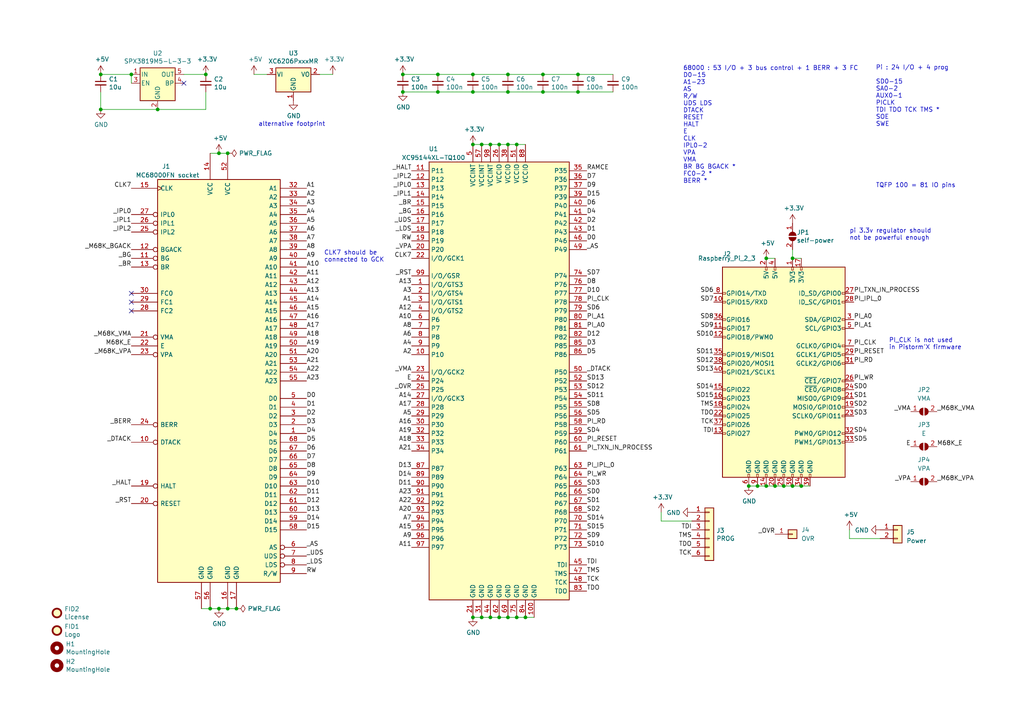
<source format=kicad_sch>
(kicad_sch (version 20230121) (generator eeschema)
  (paper "A4")
  (title_block (title "Pistorm'X 600") (date "2022-11-22") (rev "1.0") (company "FLACO") (comment 1 "PiStorm adapter board with Xilinx CPLD") (comment 2 "PLCC 68000 version"))
  (lib_symbols
    (symbol "CPLD_Xilinx:XC95144XL-TQ100"
      (property "Reference" "U" (at -20.32 64.77 0))
      (property "Value" "XC95144XL-TQ100" (at -20.32 -64.77 0))
      (symbol "XC95144XL-TQ100_1_1"
        (pin bidirectional line (at -25.4 27.94 0) (length 5.08) (name "I/O/GTS3") (number "1"))
        (pin bidirectional line (at -25.4 7.62 0) (length 5.08) (name "P10") (number "10"))
        (pin power_in line (at 10.16 -68.58 90) (length 5.08) (name "GND") (number "100"))
        (pin bidirectional line (at -25.4 60.96 0) (length 5.08) (name "P11") (number "11"))
        (pin bidirectional line (at -25.4 58.42 0) (length 5.08) (name "P12") (number "12"))
        (pin bidirectional line (at -25.4 55.88 0) (length 5.08) (name "P13") (number "13"))
        (pin bidirectional line (at -25.4 53.34 0) (length 5.08) (name "P14") (number "14"))
        (pin bidirectional line (at -25.4 50.8 0) (length 5.08) (name "P15") (number "15"))
        (pin bidirectional line (at -25.4 48.26 0) (length 5.08) (name "P16") (number "16"))
        (pin bidirectional line (at -25.4 45.72 0) (length 5.08) (name "P17") (number "17"))
        (pin bidirectional line (at -25.4 43.18 0) (length 5.08) (name "P18") (number "18"))
        (pin bidirectional line (at -25.4 40.64 0) (length 5.08) (name "P19") (number "19"))
        (pin bidirectional line (at -25.4 25.4 0) (length 5.08) (name "I/O/GTS4") (number "2"))
        (pin bidirectional line (at -25.4 38.1 0) (length 5.08) (name "P20") (number "20"))
        (pin power_in line (at -7.62 -68.58 90) (length 5.08) (name "GND") (number "21"))
        (pin bidirectional line (at -25.4 35.56 0) (length 5.08) (name "I/O/GCK1") (number "22"))
        (pin bidirectional line (at -25.4 2.54 0) (length 5.08) (name "I/O/GCK2") (number "23"))
        (pin bidirectional line (at -25.4 0 0) (length 5.08) (name "P24") (number "24"))
        (pin bidirectional line (at -25.4 -2.54 0) (length 5.08) (name "P25") (number "25"))
        (pin power_in line (at 0 68.58 270) (length 5.08) (name "VCCIO") (number "26"))
        (pin bidirectional line (at -25.4 -5.08 0) (length 5.08) (name "I/O/GCK3") (number "27"))
        (pin bidirectional line (at -25.4 -7.62 0) (length 5.08) (name "P28") (number "28"))
        (pin bidirectional line (at -25.4 -10.16 0) (length 5.08) (name "P29") (number "29"))
        (pin bidirectional line (at -25.4 22.86 0) (length 5.08) (name "I/O/GTS1") (number "3"))
        (pin bidirectional line (at -25.4 -12.7 0) (length 5.08) (name "P30") (number "30"))
        (pin power_in line (at -5.08 -68.58 90) (length 5.08) (name "GND") (number "31"))
        (pin bidirectional line (at -25.4 -15.24 0) (length 5.08) (name "P32") (number "32"))
        (pin bidirectional line (at -25.4 -17.78 0) (length 5.08) (name "P33") (number "33"))
        (pin bidirectional line (at -25.4 -20.32 0) (length 5.08) (name "P34") (number "34"))
        (pin bidirectional line (at 25.4 60.96 180) (length 5.08) (name "P35") (number "35"))
        (pin bidirectional line (at 25.4 58.42 180) (length 5.08) (name "P36") (number "36"))
        (pin bidirectional line (at 25.4 55.88 180) (length 5.08) (name "P37") (number "37"))
        (pin power_in line (at 2.54 68.58 270) (length 5.08) (name "VCCIO") (number "38"))
        (pin bidirectional line (at 25.4 53.34 180) (length 5.08) (name "P39") (number "39"))
        (pin bidirectional line (at -25.4 20.32 0) (length 5.08) (name "I/O/GTS2") (number "4"))
        (pin bidirectional line (at 25.4 50.8 180) (length 5.08) (name "P40") (number "40"))
        (pin bidirectional line (at 25.4 48.26 180) (length 5.08) (name "P41") (number "41"))
        (pin bidirectional line (at 25.4 45.72 180) (length 5.08) (name "P42") (number "42"))
        (pin bidirectional line (at 25.4 43.18 180) (length 5.08) (name "P43") (number "43"))
        (pin power_in line (at -2.54 -68.58 90) (length 5.08) (name "GND") (number "44"))
        (pin input line (at 25.4 -53.34 180) (length 5.08) (name "TDI") (number "45"))
        (pin bidirectional line (at 25.4 40.64 180) (length 5.08) (name "P46") (number "46"))
        (pin input line (at 25.4 -55.88 180) (length 5.08) (name "TMS") (number "47"))
        (pin input line (at 25.4 -58.42 180) (length 5.08) (name "TCK") (number "48"))
        (pin bidirectional line (at 25.4 38.1 180) (length 5.08) (name "P49") (number "49"))
        (pin power_in line (at -7.62 68.58 270) (length 5.08) (name "VCCINT") (number "5"))
        (pin bidirectional line (at 25.4 2.54 180) (length 5.08) (name "P50") (number "50"))
        (pin power_in line (at 5.08 68.58 270) (length 5.08) (name "VCCIO") (number "51"))
        (pin bidirectional line (at 25.4 0 180) (length 5.08) (name "P52") (number "52"))
        (pin bidirectional line (at 25.4 -2.54 180) (length 5.08) (name "P53") (number "53"))
        (pin bidirectional line (at 25.4 -5.08 180) (length 5.08) (name "P54") (number "54"))
        (pin bidirectional line (at 25.4 -7.62 180) (length 5.08) (name "P55") (number "55"))
        (pin bidirectional line (at 25.4 -10.16 180) (length 5.08) (name "P56") (number "56"))
        (pin power_in line (at -5.08 68.58 270) (length 5.08) (name "VCCINT") (number "57"))
        (pin bidirectional line (at 25.4 -12.7 180) (length 5.08) (name "P58") (number "58"))
        (pin bidirectional line (at 25.4 -15.24 180) (length 5.08) (name "P59") (number "59"))
        (pin bidirectional line (at -25.4 17.78 0) (length 5.08) (name "P6") (number "6"))
        (pin bidirectional line (at 25.4 -17.78 180) (length 5.08) (name "P60") (number "60"))
        (pin bidirectional line (at 25.4 -20.32 180) (length 5.08) (name "P61") (number "61"))
        (pin power_in line (at 0 -68.58 90) (length 5.08) (name "GND") (number "62"))
        (pin bidirectional line (at 25.4 -25.4 180) (length 5.08) (name "P63") (number "63"))
        (pin bidirectional line (at 25.4 -27.94 180) (length 5.08) (name "P64") (number "64"))
        (pin bidirectional line (at 25.4 -30.48 180) (length 5.08) (name "P65") (number "65"))
        (pin bidirectional line (at 25.4 -33.02 180) (length 5.08) (name "P66") (number "66"))
        (pin bidirectional line (at 25.4 -35.56 180) (length 5.08) (name "P67") (number "67"))
        (pin bidirectional line (at 25.4 -38.1 180) (length 5.08) (name "P68") (number "68"))
        (pin power_in line (at 2.54 -68.58 90) (length 5.08) (name "GND") (number "69"))
        (pin bidirectional line (at -25.4 15.24 0) (length 5.08) (name "P7") (number "7"))
        (pin bidirectional line (at 25.4 -40.64 180) (length 5.08) (name "P70") (number "70"))
        (pin bidirectional line (at 25.4 -43.18 180) (length 5.08) (name "P71") (number "71"))
        (pin bidirectional line (at 25.4 -45.72 180) (length 5.08) (name "P72") (number "72"))
        (pin bidirectional line (at 25.4 -48.26 180) (length 5.08) (name "P73") (number "73"))
        (pin bidirectional line (at 25.4 30.48 180) (length 5.08) (name "P74") (number "74"))
        (pin power_in line (at 5.08 -68.58 90) (length 5.08) (name "GND") (number "75"))
        (pin bidirectional line (at 25.4 27.94 180) (length 5.08) (name "P76") (number "76"))
        (pin bidirectional line (at 25.4 25.4 180) (length 5.08) (name "P77") (number "77"))
        (pin bidirectional line (at 25.4 22.86 180) (length 5.08) (name "P78") (number "78"))
        (pin bidirectional line (at 25.4 20.32 180) (length 5.08) (name "P79") (number "79"))
        (pin bidirectional line (at -25.4 12.7 0) (length 5.08) (name "P8") (number "8"))
        (pin bidirectional line (at 25.4 17.78 180) (length 5.08) (name "P80") (number "80"))
        (pin bidirectional line (at 25.4 15.24 180) (length 5.08) (name "P81") (number "81"))
        (pin bidirectional line (at 25.4 12.7 180) (length 5.08) (name "P82") (number "82"))
        (pin output line (at 25.4 -60.96 180) (length 5.08) (name "TDO") (number "83"))
        (pin power_in line (at 7.62 -68.58 90) (length 5.08) (name "GND") (number "84"))
        (pin bidirectional line (at 25.4 10.16 180) (length 5.08) (name "P85") (number "85"))
        (pin bidirectional line (at 25.4 7.62 180) (length 5.08) (name "P86") (number "86"))
        (pin bidirectional line (at -25.4 -25.4 0) (length 5.08) (name "P87") (number "87"))
        (pin power_in line (at 7.62 68.58 270) (length 5.08) (name "VCCIO") (number "88"))
        (pin bidirectional line (at -25.4 -27.94 0) (length 5.08) (name "P89") (number "89"))
        (pin bidirectional line (at -25.4 10.16 0) (length 5.08) (name "P9") (number "9"))
        (pin bidirectional line (at -25.4 -30.48 0) (length 5.08) (name "P90") (number "90"))
        (pin bidirectional line (at -25.4 -33.02 0) (length 5.08) (name "P91") (number "91"))
        (pin bidirectional line (at -25.4 -35.56 0) (length 5.08) (name "P92") (number "92"))
        (pin bidirectional line (at -25.4 -38.1 0) (length 5.08) (name "P93") (number "93"))
        (pin bidirectional line (at -25.4 -40.64 0) (length 5.08) (name "P94") (number "94"))
        (pin bidirectional line (at -25.4 -43.18 0) (length 5.08) (name "P95") (number "95"))
        (pin bidirectional line (at -25.4 -45.72 0) (length 5.08) (name "P96") (number "96"))
        (pin bidirectional line (at -25.4 -48.26 0) (length 5.08) (name "P97") (number "97"))
        (pin power_in line (at -2.54 68.58 270) (length 5.08) (name "VCCINT") (number "98"))
        (pin bidirectional line (at -25.4 30.48 0) (length 5.08) (name "I/O/GSR") (number "99"))
      )
    )
    (symbol "CPU_NXP_68000:MC68000FN" (pin_names (offset 0.762))
      (property "Reference" "U" (at -16.51 59.69 0))
      (property "Value" "MC68000FN" (at 12.7 -59.69 0))
      (symbol "MC68000FN_1_1"
        (pin bidirectional line (at 25.4 -15.24 180) (length 7.62) (name "D4") (number "1"))
        (pin input inverted (at -25.4 -17.78 0) (length 7.62) (name "DTACK") (number "10"))
        (pin output inverted (at -25.4 35.56 0) (length 7.62) (name "BG") (number "11"))
        (pin input inverted (at -25.4 38.1 0) (length 7.62) (name "BGACK") (number "12"))
        (pin input inverted (at -25.4 33.02 0) (length 7.62) (name "BR") (number "13"))
        (pin power_in line (at -2.54 66.04 270) (length 7.62) (name "VCC") (number "14"))
        (pin input clock (at -25.4 55.88 0) (length 7.62) (name "CLK") (number "15"))
        (pin power_in line (at 2.54 -66.04 90) (length 7.62) (name "GND") (number "16"))
        (pin power_in line (at 5.08 -66.04 90) (length 7.62) (name "GND") (number "17"))
        (pin no_connect line (at -17.78 -45.72 0) (length 0) hide (name "NC") (number "18"))
        (pin bidirectional inverted (at -25.4 -30.48 0) (length 7.62) (name "HALT") (number "19"))
        (pin bidirectional line (at 25.4 -12.7 180) (length 7.62) (name "D3") (number "2"))
        (pin input inverted (at -25.4 -35.56 0) (length 7.62) (name "RESET") (number "20"))
        (pin output inverted (at -25.4 12.7 0) (length 7.62) (name "VMA") (number "21"))
        (pin output line (at -25.4 10.16 0) (length 7.62) (name "E") (number "22"))
        (pin input inverted (at -25.4 7.62 0) (length 7.62) (name "VPA") (number "23"))
        (pin input inverted (at -25.4 -12.7 0) (length 7.62) (name "BERR") (number "24"))
        (pin input inverted (at -25.4 43.18 0) (length 7.62) (name "IPL2") (number "25"))
        (pin input inverted (at -25.4 45.72 0) (length 7.62) (name "IPL1") (number "26"))
        (pin input inverted (at -25.4 48.26 0) (length 7.62) (name "IPL0") (number "27"))
        (pin output line (at -25.4 20.32 0) (length 7.62) (name "FC2") (number "28"))
        (pin output line (at -25.4 22.86 0) (length 7.62) (name "FC1") (number "29"))
        (pin bidirectional line (at 25.4 -10.16 180) (length 7.62) (name "D2") (number "3"))
        (pin output line (at -25.4 25.4 0) (length 7.62) (name "FC0") (number "30"))
        (pin no_connect line (at -17.78 -48.26 0) (length 0) hide (name "NC") (number "31"))
        (pin output line (at 25.4 55.88 180) (length 7.62) (name "A1") (number "32"))
        (pin output line (at 25.4 53.34 180) (length 7.62) (name "A2") (number "33"))
        (pin output line (at 25.4 50.8 180) (length 7.62) (name "A3") (number "34"))
        (pin output line (at 25.4 48.26 180) (length 7.62) (name "A4") (number "35"))
        (pin output line (at 25.4 45.72 180) (length 7.62) (name "A5") (number "36"))
        (pin output line (at 25.4 43.18 180) (length 7.62) (name "A6") (number "37"))
        (pin output line (at 25.4 40.64 180) (length 7.62) (name "A7") (number "38"))
        (pin output line (at 25.4 38.1 180) (length 7.62) (name "A8") (number "39"))
        (pin bidirectional line (at 25.4 -7.62 180) (length 7.62) (name "D1") (number "4"))
        (pin output line (at 25.4 35.56 180) (length 7.62) (name "A9") (number "40"))
        (pin output line (at 25.4 33.02 180) (length 7.62) (name "A10") (number "41"))
        (pin output line (at 25.4 30.48 180) (length 7.62) (name "A11") (number "42"))
        (pin output line (at 25.4 27.94 180) (length 7.62) (name "A12") (number "43"))
        (pin output line (at 25.4 25.4 180) (length 7.62) (name "A13") (number "44"))
        (pin output line (at 25.4 22.86 180) (length 7.62) (name "A14") (number "45"))
        (pin output line (at 25.4 20.32 180) (length 7.62) (name "A15") (number "46"))
        (pin output line (at 25.4 17.78 180) (length 7.62) (name "A16") (number "47"))
        (pin output line (at 25.4 15.24 180) (length 7.62) (name "A17") (number "48"))
        (pin output line (at 25.4 12.7 180) (length 7.62) (name "A18") (number "49"))
        (pin bidirectional line (at 25.4 -5.08 180) (length 7.62) (name "D0") (number "5"))
        (pin output line (at 25.4 10.16 180) (length 7.62) (name "A19") (number "50"))
        (pin output line (at 25.4 7.62 180) (length 7.62) (name "A20") (number "51"))
        (pin power_in line (at 2.54 66.04 270) (length 7.62) (name "VCC") (number "52"))
        (pin output line (at 25.4 5.08 180) (length 7.62) (name "A21") (number "53"))
        (pin output line (at 25.4 2.54 180) (length 7.62) (name "A22") (number "54"))
        (pin output line (at 25.4 0 180) (length 7.62) (name "A23") (number "55"))
        (pin power_in line (at -2.54 -66.04 90) (length 7.62) (name "GND") (number "56"))
        (pin power_in line (at -5.08 -66.04 90) (length 7.62) (name "GND") (number "57"))
        (pin bidirectional line (at 25.4 -43.18 180) (length 7.62) (name "D15") (number "58"))
        (pin bidirectional line (at 25.4 -40.64 180) (length 7.62) (name "D14") (number "59"))
        (pin output inverted (at 25.4 -48.26 180) (length 7.62) (name "AS") (number "6"))
        (pin bidirectional line (at 25.4 -38.1 180) (length 7.62) (name "D13") (number "60"))
        (pin bidirectional line (at 25.4 -35.56 180) (length 7.62) (name "D12") (number "61"))
        (pin bidirectional line (at 25.4 -33.02 180) (length 7.62) (name "D11") (number "62"))
        (pin bidirectional line (at 25.4 -30.48 180) (length 7.62) (name "D10") (number "63"))
        (pin bidirectional line (at 25.4 -27.94 180) (length 7.62) (name "D9") (number "64"))
        (pin bidirectional line (at 25.4 -25.4 180) (length 7.62) (name "D8") (number "65"))
        (pin bidirectional line (at 25.4 -22.86 180) (length 7.62) (name "D7") (number "66"))
        (pin bidirectional line (at 25.4 -20.32 180) (length 7.62) (name "D6") (number "67"))
        (pin bidirectional line (at 25.4 -17.78 180) (length 7.62) (name "D5") (number "68"))
        (pin output inverted (at 25.4 -50.8 180) (length 7.62) (name "UDS") (number "7"))
        (pin output inverted (at 25.4 -53.34 180) (length 7.62) (name "LDS") (number "8"))
        (pin output line (at 25.4 -55.88 180) (length 7.62) (name "R/W") (number "9"))
      )
    )
    (symbol "Connector:Raspberry_Pi_2_3" (pin_names (offset 1.016))
      (property "Reference" "J" (at -17.78 31.75 0))
      (property "Value" "Raspberry_Pi_2_3" (at 10.16 -31.75 0))
      (symbol "Raspberry_Pi_2_3_1_1"
        (pin power_in line (at 2.54 33.02 270) (length 2.54) (name "3V3") (number "1"))
        (pin bidirectional line (at -20.32 20.32 0) (length 2.54) (name "GPIO15/RXD") (number "10"))
        (pin bidirectional line (at -20.32 12.7 0) (length 2.54) (name "GPIO17") (number "11"))
        (pin bidirectional line (at -20.32 10.16 0) (length 2.54) (name "GPIO18/PWM0") (number "12"))
        (pin bidirectional line (at -20.32 -17.78 0) (length 2.54) (name "GPIO27") (number "13"))
        (pin power_in line (at -5.08 -33.02 90) (length 2.54) (name "GND") (number "14"))
        (pin bidirectional line (at -20.32 -5.08 0) (length 2.54) (name "GPIO22") (number "15"))
        (pin bidirectional line (at -20.32 -7.62 0) (length 2.54) (name "GPIO23") (number "16"))
        (pin power_in line (at 5.08 33.02 270) (length 2.54) (name "3V3") (number "17"))
        (pin bidirectional line (at -20.32 -10.16 0) (length 2.54) (name "GPIO24") (number "18"))
        (pin bidirectional line (at 20.32 -10.16 180) (length 2.54) (name "MOSI0/GPIO10") (number "19"))
        (pin power_in line (at -5.08 33.02 270) (length 2.54) (name "5V") (number "2"))
        (pin power_in line (at -2.54 -33.02 90) (length 2.54) (name "GND") (number "20"))
        (pin bidirectional line (at 20.32 -7.62 180) (length 2.54) (name "MISO0/GPIO9") (number "21"))
        (pin bidirectional line (at -20.32 -12.7 0) (length 2.54) (name "GPIO25") (number "22"))
        (pin bidirectional line (at 20.32 -12.7 180) (length 2.54) (name "SCLK0/GPIO11") (number "23"))
        (pin bidirectional line (at 20.32 -5.08 180) (length 2.54) (name "~{CE0}/GPIO8") (number "24"))
        (pin power_in line (at 0 -33.02 90) (length 2.54) (name "GND") (number "25"))
        (pin bidirectional line (at 20.32 -2.54 180) (length 2.54) (name "~{CE1}/GPIO7") (number "26"))
        (pin bidirectional line (at 20.32 22.86 180) (length 2.54) (name "ID_SD/GPIO0") (number "27"))
        (pin bidirectional line (at 20.32 20.32 180) (length 2.54) (name "ID_SC/GPIO1") (number "28"))
        (pin bidirectional line (at 20.32 5.08 180) (length 2.54) (name "GCLK1/GPIO5") (number "29"))
        (pin bidirectional line (at 20.32 15.24 180) (length 2.54) (name "SDA/GPIO2") (number "3"))
        (pin power_in line (at 2.54 -33.02 90) (length 2.54) (name "GND") (number "30"))
        (pin bidirectional line (at 20.32 2.54 180) (length 2.54) (name "GCLK2/GPIO6") (number "31"))
        (pin bidirectional line (at 20.32 -17.78 180) (length 2.54) (name "PWM0/GPIO12") (number "32"))
        (pin bidirectional line (at 20.32 -20.32 180) (length 2.54) (name "PWM1/GPIO13") (number "33"))
        (pin power_in line (at 5.08 -33.02 90) (length 2.54) (name "GND") (number "34"))
        (pin bidirectional line (at -20.32 5.08 0) (length 2.54) (name "GPIO19/MISO1") (number "35"))
        (pin bidirectional line (at -20.32 15.24 0) (length 2.54) (name "GPIO16") (number "36"))
        (pin bidirectional line (at -20.32 -15.24 0) (length 2.54) (name "GPIO26") (number "37"))
        (pin bidirectional line (at -20.32 2.54 0) (length 2.54) (name "GPIO20/MOSI1") (number "38"))
        (pin power_in line (at 7.62 -33.02 90) (length 2.54) (name "GND") (number "39"))
        (pin power_in line (at -2.54 33.02 270) (length 2.54) (name "5V") (number "4"))
        (pin bidirectional line (at -20.32 0 0) (length 2.54) (name "GPIO21/SCLK1") (number "40"))
        (pin bidirectional line (at 20.32 12.7 180) (length 2.54) (name "SCL/GPIO3") (number "5"))
        (pin power_in line (at -10.16 -33.02 90) (length 2.54) (name "GND") (number "6"))
        (pin bidirectional line (at 20.32 7.62 180) (length 2.54) (name "GCLK0/GPIO4") (number "7"))
        (pin bidirectional line (at -20.32 22.86 0) (length 2.54) (name "GPIO14/TXD") (number "8"))
        (pin power_in line (at -7.62 -33.02 90) (length 2.54) (name "GND") (number "9"))
      )
    )
    (symbol "Connector_Generic:Conn_01x01" (pin_names (offset 1.016) hide)
      (property "Reference" "J" (at 0 2.54 0))
      (property "Value" "Conn_01x01" (at 0 -2.54 0))
      (symbol "Conn_01x01_1_1"
        (pin passive line (at -5.08 0 0) (length 3.81) (name "Pin_1") (number "1"))
      )
    )
    (symbol "Connector_Generic:Conn_01x02" (pin_names (offset 1.016) hide)
      (property "Reference" "J" (at 0 2.54 0))
      (property "Value" "Conn_01x02" (at 0 -5.08 0))
      (symbol "Conn_01x02_1_1"
        (pin passive line (at -5.08 0 0) (length 3.81) (name "Pin_1") (number "1"))
        (pin passive line (at -5.08 -2.54 0) (length 3.81) (name "Pin_2") (number "2"))
      )
    )
    (symbol "Connector_Generic:Conn_01x06" (pin_names (offset 1.016) hide)
      (property "Reference" "J" (at 0 7.62 0))
      (property "Value" "Conn_01x06" (at 0 -10.16 0))
      (symbol "Conn_01x06_1_1"
        (pin passive line (at -5.08 5.08 0) (length 3.81) (name "Pin_1") (number "1"))
        (pin passive line (at -5.08 2.54 0) (length 3.81) (name "Pin_2") (number "2"))
        (pin passive line (at -5.08 0 0) (length 3.81) (name "Pin_3") (number "3"))
        (pin passive line (at -5.08 -2.54 0) (length 3.81) (name "Pin_4") (number "4"))
        (pin passive line (at -5.08 -5.08 0) (length 3.81) (name "Pin_5") (number "5"))
        (pin passive line (at -5.08 -7.62 0) (length 3.81) (name "Pin_6") (number "6"))
      )
    )
    (symbol "Device:C_Small" (pin_numbers hide) (pin_names (offset 0.254) hide)
      (property "Reference" "C" (at 0.254 1.778 0))
      (property "Value" "C_Small" (at 0.254 -2.032 0))
      (symbol "C_Small_1_1"
        (pin passive line (at 0 2.54 270) (length 2.032) (name "~") (number "1"))
        (pin passive line (at 0 -2.54 90) (length 2.032) (name "~") (number "2"))
      )
    )
    (symbol "Device:R_Small" (pin_numbers hide) (pin_names (offset 0.254) hide)
      (property "Reference" "R" (at 0.762 0.508 0))
      (property "Value" "R_Small" (at 0.762 -1.016 0))
      (symbol "R_Small_1_1"
        (pin passive line (at 0 2.54 270) (length 0.762) (name "~") (number "1"))
        (pin passive line (at 0 -2.54 90) (length 0.762) (name "~") (number "2"))
      )
    )
    (symbol "Jumper:SolderJumper_2_Open" (pin_names (offset 0) hide)
      (property "Reference" "JP" (at 0 2.032 0))
      (property "Value" "SolderJumper_2_Open" (at 0 -2.54 0))
      (symbol "SolderJumper_2_Open_1_1"
        (pin passive line (at -3.81 0 0) (length 2.54) (name "A") (number "1"))
        (pin passive line (at 3.81 0 180) (length 2.54) (name "B") (number "2"))
      )
    )
    (symbol "Mechanical:Fiducial"
      (property "Reference" "FID" (at 0 5.08 0))
      (property "Value" "Fiducial" (at 0 3.175 0))
    )
    (symbol "Mechanical:MountingHole" (pin_names (offset 1.016))
      (property "Reference" "H" (at 0 5.08 0))
      (property "Value" "MountingHole" (at 0 3.175 0))
    )
    (symbol "Regulator_Linear:SPX3819M5-L-3-3" (pin_names (offset 0.254))
      (property "Reference" "U" (at -3.81 5.715 0))
      (property "Value" "SPX3819M5-L-3-3" (at 0 5.715 0))
      (symbol "SPX3819M5-L-3-3_1_1"
        (pin power_in line (at -7.62 2.54 0) (length 2.54) (name "IN") (number "1"))
        (pin power_in line (at 0 -7.62 90) (length 2.54) (name "GND") (number "2"))
        (pin input line (at -7.62 0 0) (length 2.54) (name "EN") (number "3"))
        (pin input line (at 7.62 0 180) (length 2.54) (name "BP") (number "4"))
        (pin power_out line (at 7.62 2.54 180) (length 2.54) (name "OUT") (number "5"))
      )
    )
    (symbol "Regulator_Linear:XC6206PxxxMR" (pin_names (offset 0.254))
      (property "Reference" "U" (at -3.81 3.175 0))
      (property "Value" "XC6206PxxxMR" (at 0 3.175 0))
      (symbol "XC6206PxxxMR_1_1"
        (pin power_in line (at 0 -7.62 90) (length 2.54) (name "GND") (number "1"))
        (pin power_out line (at 7.62 0 180) (length 2.54) (name "VO") (number "2"))
        (pin power_in line (at -7.62 0 0) (length 2.54) (name "VI") (number "3"))
      )
    )
    (symbol "Sassa:CY62177ESL-55ZXI"
      (property "Reference" "U" (at -8.89 31.75 0))
      (property "Value" "CY62177ESL-55ZXI" (at 10.16 -34.29 0))
      (symbol "CY62177ESL-55ZXI_1_1"
        (pin input line (at 15.24 17.78 180) (length 5.08) (name "A15") (number "1"))
        (pin input line (at 15.24 -22.86 180) (length 5.08) (name "A20") (number "10"))
        (pin input line (at -15.24 -17.78 0) (length 5.08) (name "WE#") (number "11"))
        (pin input line (at -15.24 -22.86 0) (length 5.08) (name "CE2") (number "12"))
        (pin no_connect line (at 10.16 -25.4 180) (length 0) hide (name "NC") (number "13"))
        (pin input line (at -15.24 -25.4 0) (length 5.08) (name "BHE#") (number "14"))
        (pin input line (at -15.24 -27.94 0) (length 5.08) (name "BLE#") (number "15"))
        (pin input line (at 15.24 25.4 180) (length 5.08) (name "A18") (number "16"))
        (pin input line (at 15.24 22.86 180) (length 5.08) (name "A17") (number "17"))
        (pin input line (at 15.24 -2.54 180) (length 5.08) (name "A7") (number "18"))
        (pin input line (at 15.24 -5.08 180) (length 5.08) (name "A6") (number "19"))
        (pin input line (at 15.24 15.24 180) (length 5.08) (name "A14") (number "2"))
        (pin input line (at 15.24 -7.62 180) (length 5.08) (name "A5") (number "20"))
        (pin input line (at 15.24 -10.16 180) (length 5.08) (name "A4") (number "21"))
        (pin input line (at 15.24 -12.7 180) (length 5.08) (name "A3") (number "22"))
        (pin input line (at 15.24 -15.24 180) (length 5.08) (name "A2") (number "23"))
        (pin input line (at 15.24 -17.78 180) (length 5.08) (name "A1") (number "24"))
        (pin input line (at 15.24 -20.32 180) (length 5.08) (name "A0") (number "25"))
        (pin input line (at -15.24 -20.32 0) (length 5.08) (name "CE1#") (number "26"))
        (pin power_in line (at -2.54 -38.1 90) (length 5.08) (name "VSS") (number "27"))
        (pin input line (at -15.24 -15.24 0) (length 5.08) (name "OE#") (number "28"))
        (pin bidirectional line (at -15.24 -10.16 0) (length 5.08) (name "DQ0") (number "29"))
        (pin input line (at 15.24 12.7 180) (length 5.08) (name "A13") (number "3"))
        (pin bidirectional line (at -15.24 10.16 0) (length 5.08) (name "DQ8") (number "30"))
        (pin bidirectional line (at -15.24 -7.62 0) (length 5.08) (name "DQ1") (number "31"))
        (pin bidirectional line (at -15.24 12.7 0) (length 5.08) (name "DQ9") (number "32"))
        (pin bidirectional line (at -15.24 -5.08 0) (length 5.08) (name "DQ2") (number "33"))
        (pin bidirectional line (at -15.24 15.24 0) (length 5.08) (name "DQ10") (number "34"))
        (pin bidirectional line (at -15.24 -2.54 0) (length 5.08) (name "DQ3") (number "35"))
        (pin bidirectional line (at -15.24 17.78 0) (length 5.08) (name "DQ11") (number "36"))
        (pin power_in line (at 0 35.56 270) (length 5.08) (name "VCC") (number "37"))
        (pin bidirectional line (at -15.24 0 0) (length 5.08) (name "DQ4") (number "38"))
        (pin bidirectional line (at -15.24 20.32 0) (length 5.08) (name "DQ12") (number "39"))
        (pin input line (at 15.24 10.16 180) (length 5.08) (name "A12") (number "4"))
        (pin bidirectional line (at -15.24 2.54 0) (length 5.08) (name "DQ5") (number "40"))
        (pin bidirectional line (at -15.24 22.86 0) (length 5.08) (name "DQ13") (number "41"))
        (pin bidirectional line (at -15.24 5.08 0) (length 5.08) (name "DQ6") (number "42"))
        (pin bidirectional line (at -15.24 25.4 0) (length 5.08) (name "DQ14") (number "43"))
        (pin bidirectional line (at -15.24 7.62 0) (length 5.08) (name "DQ7") (number "44"))
        (pin input line (at -15.24 27.94 0) (length 5.08) (name "DQ15/A20") (number "45"))
        (pin power_in line (at 0 -38.1 90) (length 5.08) (name "VSS") (number "46"))
        (pin input inverted (at -15.24 -30.48 0) (length 5.08) (name "BYTE#") (number "47"))
        (pin input line (at 15.24 20.32 180) (length 5.08) (name "A16") (number "48"))
        (pin input line (at 15.24 7.62 180) (length 5.08) (name "A11") (number "5"))
        (pin input line (at 15.24 5.08 180) (length 5.08) (name "A10") (number "6"))
        (pin input line (at 15.24 2.54 180) (length 5.08) (name "A9") (number "7"))
        (pin input line (at 15.24 0 180) (length 5.08) (name "A8") (number "8"))
        (pin input line (at 15.24 27.94 180) (length 5.08) (name "A19") (number "9"))
      )
    )
    (symbol "power:+3.3V" (power) (pin_names (offset 0))
      (property "Value" "+3.3V" (at 0 3.556 0))
      (symbol "+3.3V_1_1"
        (pin power_in line (at 0 0 90) (length 0) hide (name "+3.3V") (number "1"))
      )
    )
    (symbol "power:+5V" (power) (pin_names (offset 0))
      (property "Value" "+5V" (at 0 3.556 0))
      (symbol "+5V_1_1"
        (pin power_in line (at 0 0 90) (length 0) hide (name "+5V") (number "1"))
      )
    )
    (symbol "power:GND" (power) (pin_names (offset 0))
      (property "Value" "GND" (at 0 -3.81 0))
      (symbol "GND_1_1"
        (pin power_in line (at 0 0 270) (length 0) hide (name "GND") (number "1"))
      )
    )
    (symbol "power:PWR_FLAG" (power) (pin_numbers hide) (pin_names (offset 0) hide)
      (property "Value" "PWR_FLAG" (at 0 3.81 0))
      (symbol "PWR_FLAG_0_0"
        (pin power_out line (at 0 0 90) (length 0) (name "pwr") (number "1"))
      )
    )
  )
  (junction (at 68.58 176.53))
  (junction (at 142.24 179.07))
  (junction (at 152.4 179.07))
  (junction (at 219.71 140.97))
  (junction (at 127 26.67))
  (junction (at 139.7 179.07))
  (junction (at 144.78 41.91))
  (junction (at 147.32 26.67))
  (junction (at 147.32 179.07))
  (junction (at 66.04 44.45))
  (junction (at 66.04 176.53))
  (junction (at 116.84 26.67))
  (junction (at 147.32 21.59))
  (junction (at 59.69 21.59))
  (junction (at 139.7 41.91))
  (junction (at 217.17 140.97))
  (junction (at 224.79 140.97))
  (junction (at 227.33 140.97))
  (junction (at 38.1 21.59))
  (junction (at 232.41 140.97))
  (junction (at 229.87 74.93))
  (junction (at 45.72 31.75))
  (junction (at 147.32 41.91))
  (junction (at 229.87 140.97))
  (junction (at 137.16 41.91))
  (junction (at 63.5 176.53))
  (junction (at 144.78 179.07))
  (junction (at 29.21 21.59))
  (junction (at 167.64 26.67))
  (junction (at 142.24 41.91))
  (junction (at 137.16 26.67))
  (junction (at 222.25 74.93))
  (junction (at 157.48 21.59))
  (junction (at 157.48 26.67))
  (junction (at 60.96 176.53))
  (junction (at 29.21 31.75))
  (junction (at 116.84 21.59))
  (junction (at 149.86 179.07))
  (junction (at 127 21.59))
  (junction (at 137.16 179.07))
  (junction (at 167.64 21.59))
  (junction (at 137.16 21.59))
  (junction (at 222.25 140.97))
  (junction (at 332.74 140.97))
  (junction (at 149.86 41.91))
  (junction (at 63.5 44.45))
  (no_connect (at 38.1 87.63))
  (no_connect (at 38.1 90.17))
  (no_connect (at 38.1 85.09))
  (no_connect (at 53.34 24.13))
  (wire (pts (xy 59.69 26.67) (xy 59.69 31.75)))
  (wire (pts (xy 66.04 176.53) (xy 68.58 176.53)))
  (wire (pts (xy 38.1 24.13) (xy 38.1 21.59)))
  (wire (pts (xy 63.5 176.53) (xy 66.04 176.53)))
  (wire (pts (xy 127 21.59) (xy 116.84 21.59)))
  (wire (pts (xy 323.85 195.58) (xy 323.85 193.04)))
  (polyline (pts (xy 356.87 199.39) (xy 302.26 199.39)))
  (wire (pts (xy 229.87 140.97) (xy 227.33 140.97)))
  (wire (pts (xy 149.86 179.07) (xy 147.32 179.07)))
  (wire (pts (xy 232.41 140.97) (xy 229.87 140.97)))
  (wire (pts (xy 246.38 156.21) (xy 246.38 153.67)))
  (wire (pts (xy 167.64 21.59) (xy 157.48 21.59)))
  (wire (pts (xy 29.21 31.75) (xy 29.21 26.67)))
  (wire (pts (xy 38.1 21.59) (xy 29.21 21.59)))
  (wire (pts (xy 144.78 179.07) (xy 142.24 179.07)))
  (wire (pts (xy 154.94 179.07) (xy 152.4 179.07)))
  (wire (pts (xy 234.95 140.97) (xy 232.41 140.97)))
  (wire (pts (xy 59.69 31.75) (xy 45.72 31.75)))
  (wire (pts (xy 200.66 151.13) (xy 191.77 151.13)))
  (wire (pts (xy 142.24 41.91) (xy 139.7 41.91)))
  (wire (pts (xy 222.25 140.97) (xy 219.71 140.97)))
  (wire (pts (xy 53.34 21.59) (xy 59.69 21.59)))
  (wire (pts (xy 232.41 74.93) (xy 229.87 74.93)))
  (wire (pts (xy 147.32 41.91) (xy 144.78 41.91)))
  (wire (pts (xy 58.42 176.53) (xy 60.96 176.53)))
  (wire (pts (xy 147.32 26.67) (xy 137.16 26.67)))
  (wire (pts (xy 152.4 41.91) (xy 149.86 41.91)))
  (wire (pts (xy 157.48 26.67) (xy 147.32 26.67)))
  (wire (pts (xy 137.16 26.67) (xy 127 26.67)))
  (wire (pts (xy 45.72 31.75) (xy 29.21 31.75)))
  (wire (pts (xy 167.64 26.67) (xy 157.48 26.67)))
  (wire (pts (xy 167.64 26.67) (xy 177.8 26.67)))
  (wire (pts (xy 139.7 41.91) (xy 137.16 41.91)))
  (wire (pts (xy 60.96 176.53) (xy 63.5 176.53)))
  (wire (pts (xy 92.71 21.59) (xy 96.52 21.59)))
  (wire (pts (xy 227.33 140.97) (xy 224.79 140.97)))
  (wire (pts (xy 152.4 179.07) (xy 149.86 179.07)))
  (wire (pts (xy 147.32 179.07) (xy 144.78 179.07)))
  (wire (pts (xy 144.78 41.91) (xy 142.24 41.91)))
  (wire (pts (xy 142.24 179.07) (xy 139.7 179.07)))
  (wire (pts (xy 167.64 21.59) (xy 177.8 21.59)))
  (wire (pts (xy 191.77 151.13) (xy 191.77 148.59)))
  (polyline (pts (xy 356.87 171.45) (xy 356.87 199.39)))
  (wire (pts (xy 157.48 21.59) (xy 147.32 21.59)))
  (wire (pts (xy 63.5 44.45) (xy 66.04 44.45)))
  (wire (pts (xy 229.87 74.93) (xy 229.87 72.39)))
  (wire (pts (xy 147.32 21.59) (xy 137.16 21.59)))
  (wire (pts (xy 219.71 140.97) (xy 217.17 140.97)))
  (wire (pts (xy 73.66 21.59) (xy 77.47 21.59)))
  (polyline (pts (xy 302.26 171.45) (xy 356.87 171.45)))
  (wire (pts (xy 149.86 41.91) (xy 147.32 41.91)))
  (wire (pts (xy 224.79 74.93) (xy 222.25 74.93)))
  (wire (pts (xy 127 26.67) (xy 116.84 26.67)))
  (wire (pts (xy 255.27 156.21) (xy 246.38 156.21)))
  (wire (pts (xy 335.28 140.97) (xy 332.74 140.97)))
  (wire (pts (xy 137.16 21.59) (xy 127 21.59)))
  (wire (pts (xy 60.96 44.45) (xy 63.5 44.45)))
  (polyline (pts (xy 302.26 171.45) (xy 302.26 199.39)))
  (wire (pts (xy 139.7 179.07) (xy 137.16 179.07)))
  (wire (pts (xy 224.79 140.97) (xy 222.25 140.97)))
  (text "CLK7 should be\nconnected to GCK" (at 93.98 76.2 0) (effects (font (size 1.27 1.27)) (justify left bottom)))
  (text "Pi : 24 I/O + 4 prog\n\nSD0-15\nSA0-2\nAUX0-1\nPICLK\nTDI TDO TCK TMS *\nSOE\nSWE" (at 254 36.83 0) (effects (font (size 1.27 1.27)) (justify left bottom)))
  (text "RAM decoupling" (at 328.93 38.1 0) (effects (font (size 1.27 1.27)) (justify left bottom)))
  (text "PCB ready for CY62177ESL\nhowever due to the price of this chip only CY62167ELL are tested.\nStay away from low voltage versions of this chip." (at 306.07 161.29 0) (effects (font (size 1.27 1.27)) (justify left bottom)))
  (text "Not use since the PLCC 68000 must be present" (at 306.07 175.26 0) (effects (font (size 1.27 1.27)) (justify left bottom)))
  (text "Pull up/down for 68000\n detection and bus control" (at 317.5 181.61 0) (effects (font (size 1.27 1.27)) (justify left bottom)))
  (text "alternative footprint" (at 74.93 36.83 0) (effects (font (size 1.27 1.27)) (justify left bottom)))
  (text "pi 3.3v regulator should\nnot be powerful enough" (at 246.38 69.85 0) (effects (font (size 1.27 1.27)) (justify left bottom)))
  (text "Warning : LDS, UDS and data lines are swapped\nto simplify routing" (at 311.15 153.67 0) (effects (font (size 1.27 1.27)) (justify left bottom)))
  (text "TQFP 100 = 81 IO pins" (at 254 54.61 0) (effects (font (size 1.27 1.27)) (justify left bottom)))
  (text "68000 : 53 I/O + 3 bus control + 1 BERR + 3 FC\nD0-15\nA1-23\nAS\nR/W\nUDS LDS\nDTACK\nRESET\nHALT\nE\nCLK\nIPL0-2\nVPA\nVMA\nBR BG BGACK *\nFC0-2 *\nBERR *\n" (at 198.12 53.34 0) (effects (font (size 1.27 1.27)) (justify left bottom)))
  (text "PI_CLK is not used\nin Pistorm'X firmware" (at 257.81 101.6 0) (effects (font (size 1.27 1.27)) (justify left bottom)))
  (label "_BR" (at 119.38 59.69 180))
  (label "A9" (at 350.52 100.33 0))
  (label "PI_RESET" (at 170.18 128.27 0))
  (label "D15" (at 170.18 57.15 0))
  (label "A13" (at 350.52 80.01 0))
  (label "A18" (at 119.38 128.27 180))
  (label "RW" (at 119.38 69.85 180))
  (label "PI_CLK" (at 247.65 100.33 0))
  (label "SD7" (at 170.18 80.01 0))
  (label "D11" (at 88.9 143.51 0))
  (label "A17" (at 350.52 113.03 0))
  (label "_IPL0" (at 38.1 62.23 180))
  (label "D7" (at 170.18 52.07 0))
  (label "_LDS" (at 88.9 163.83 0))
  (label "D12" (at 170.18 97.79 0))
  (label "_HALT" (at 38.1 140.97 180))
  (label "CLK7" (at 38.1 54.61 180))
  (label "A14" (at 350.52 105.41 0))
  (label "A13" (at 119.38 82.55 180))
  (label "_VPA" (at 264.16 139.7 180))
  (label "_VPA" (at 119.38 72.39 180))
  (label "E" (at 119.38 110.49 180))
  (label "_UDS" (at 320.04 130.81 180))
  (label "A18" (at 88.9 97.79 0))
  (label "_RST" (at 119.38 80.01 180))
  (label "SD4" (at 247.65 125.73 0))
  (label "PI_A1" (at 247.65 95.25 0))
  (label "RW" (at 88.9 166.37 0))
  (label "A2" (at 88.9 57.15 0))
  (label "A11" (at 88.9 80.01 0))
  (label "A18" (at 350.52 123.19 0))
  (label "A5" (at 88.9 64.77 0))
  (label "D13" (at 320.04 100.33 180))
  (label "RAMCE" (at 170.18 49.53 0))
  (label "D8" (at 170.18 82.55 0))
  (label "A20" (at 119.38 148.59 180))
  (label "SD13" (at 207.01 107.95 180))
  (label "A16" (at 88.9 92.71 0))
  (label "_OVR" (at 119.38 113.03 180))
  (label "SD6" (at 207.01 85.09 180))
  (label "A9" (at 119.38 156.21 180))
  (label "A20" (at 88.9 102.87 0))
  (label "A6" (at 119.38 97.79 180))
  (label "PI_TXN_IN_PROCESS" (at 247.65 85.09 0))
  (label "PI_RD" (at 170.18 123.19 0))
  (label "SD9" (at 207.01 95.25 180))
  (label "PI_A0" (at 247.65 92.71 0))
  (label "A10" (at 350.52 102.87 0))
  (label "A10" (at 88.9 77.47 0))
  (label "D10" (at 88.9 140.97 0))
  (label "M68K_E" (at 38.1 100.33 180))
  (label "TDO" (at 207.01 120.65 180))
  (label "_IPL1" (at 38.1 64.77 180))
  (label "D13" (at 119.38 135.89 180))
  (label "SD0" (at 247.65 113.03 0))
  (label "M68K_E" (at 271.78 129.54 0))
  (label "D3" (at 170.18 100.33 0))
  (label "A3" (at 119.38 85.09 180))
  (label "CLK7" (at 119.38 74.93 180))
  (label "A2" (at 119.38 102.87 180))
  (label "D8" (at 320.04 113.03 180))
  (label "A2" (at 350.52 115.57 0))
  (label "D12" (at 320.04 102.87 180))
  (label "D5" (at 170.18 102.87 0))
  (label "A6" (at 88.9 67.31 0))
  (label "SD9" (at 170.18 156.21 0))
  (label "A1" (at 88.9 54.61 0))
  (label "A7" (at 88.9 69.85 0))
  (label "TCK" (at 200.66 161.29 180))
  (label "A17" (at 88.9 95.25 0))
  (label "_BG" (at 38.1 74.93 180))
  (label "A9" (at 88.9 74.93 0))
  (label "_VMA" (at 264.16 119.38 180))
  (label "D0" (at 88.9 115.57 0))
  (label "RAMCE" (at 320.04 125.73 180))
  (label "D6" (at 88.9 130.81 0))
  (label "A19" (at 350.52 118.11 0))
  (label "SD15" (at 207.01 115.57 180))
  (label "D10" (at 170.18 85.09 0))
  (label "TMS" (at 207.01 118.11 180))
  (label "A6" (at 350.52 92.71 0))
  (label "D15" (at 88.9 153.67 0))
  (label "TDI" (at 170.18 163.83 0))
  (label "E" (at 264.16 129.54 180))
  (label "D4" (at 170.18 62.23 0))
  (label "_M68K_VMA" (at 271.78 119.38 0))
  (label "D2" (at 170.18 64.77 0))
  (label "_BR" (at 38.1 77.47 180))
  (label "D5" (at 320.04 87.63 180))
  (label "_AS" (at 88.9 158.75 0))
  (label "PI_IPL_0" (at 170.18 135.89 0))
  (label "SD3" (at 247.65 120.65 0))
  (label "PI_RD" (at 247.65 105.41 0))
  (label "D11" (at 320.04 105.41 180))
  (label "D4" (at 88.9 125.73 0))
  (label "A15" (at 350.52 107.95 0))
  (label "A4" (at 119.38 100.33 180))
  (label "A10" (at 119.38 92.71 180))
  (label "_DTACK" (at 170.18 107.95 0))
  (label "D14" (at 119.38 138.43 180))
  (label "_RST" (at 38.1 146.05 180))
  (label "PI_IPL_0" (at 247.65 87.63 0))
  (label "_UDS" (at 119.38 64.77 180))
  (label "A16" (at 119.38 123.19 180))
  (label "A3" (at 88.9 59.69 0))
  (label "PI_CLK" (at 170.18 87.63 0))
  (label "A12" (at 350.52 77.47 0))
  (label "PI_A0" (at 170.18 95.25 0))
  (label "A22" (at 119.38 146.05 180))
  (label "SD2" (at 247.65 118.11 0))
  (label "TDO" (at 170.18 171.45 0))
  (label "SD11" (at 207.01 102.87 180))
  (label "D2" (at 320.04 80.01 180))
  (label "_OVR" (at 224.79 154.94 180))
  (label "D1" (at 320.04 77.47 180))
  (label "A19" (at 119.38 125.73 180))
  (label "SD8" (at 207.01 92.71 180))
  (label "SD14" (at 170.18 151.13 0))
  (label "D1" (at 88.9 118.11 0))
  (label "SD14" (at 207.01 113.03 180))
  (label "D15" (at 320.04 95.25 180))
  (label "D4" (at 320.04 85.09 180))
  (label "_BERR" (at 38.1 123.19 180))
  (label "SD5" (at 247.65 128.27 0))
  (label "D7" (at 320.04 92.71 180))
  (label "PI_A1" (at 170.18 92.71 0))
  (label "TDI" (at 200.66 153.67 180))
  (label "A12" (at 119.38 90.17 180))
  (label "A20" (at 350.52 82.55 0))
  (label "A15" (at 119.38 153.67 180))
  (label "PI_WR" (at 170.18 138.43 0))
  (label "D2" (at 88.9 120.65 0))
  (label "A23" (at 88.9 110.49 0))
  (label "PI_TXN_IN_PROCESS" (at 170.18 130.81 0))
  (label "TDI" (at 207.01 125.73 180))
  (label "SD10" (at 207.01 97.79 180))
  (label "D13" (at 88.9 148.59 0))
  (label "D9" (at 170.18 54.61 0))
  (label "A15" (at 88.9 90.17 0))
  (label "A16" (at 350.52 110.49 0))
  (label "_VMA" (at 119.38 107.95 180))
  (label "A11" (at 119.38 158.75 180))
  (label "A11" (at 350.52 74.93 0))
  (label "D10" (at 320.04 107.95 180))
  (label "A1" (at 119.38 87.63 180))
  (label "A14" (at 119.38 115.57 180))
  (label "A17" (at 119.38 118.11 180))
  (label "TCK" (at 207.01 123.19 180))
  (label "SD2" (at 170.18 148.59 0))
  (label "SD13" (at 170.18 110.49 0))
  (label "SD1" (at 170.18 146.05 0))
  (label "_IPL1" (at 119.38 57.15 180))
  (label "A21" (at 350.52 125.73 0))
  (label "A21" (at 119.38 130.81 180))
  (label "D9" (at 320.04 110.49 180))
  (label "RW" (at 320.04 120.65 180))
  (label "SD4" (at 170.18 125.73 0))
  (label "SD10" (at 170.18 158.75 0))
  (label "D5" (at 88.9 128.27 0))
  (label "_IPL2" (at 119.38 52.07 180))
  (label "A3" (at 350.52 85.09 0))
  (label "PI_WR" (at 247.65 110.49 0))
  (label "_IPL2" (at 38.1 67.31 180))
  (label "A8" (at 350.52 97.79 0))
  (label "_UDS" (at 88.9 161.29 0))
  (label "SD7" (at 207.01 87.63 180))
  (label "A8" (at 88.9 72.39 0))
  (label "SD15" (at 170.18 153.67 0))
  (label "_HALT" (at 119.38 49.53 180))
  (label "A4" (at 88.9 62.23 0))
  (label "_BG" (at 119.38 62.23 180))
  (label "E" (at 323.85 195.58 180))
  (label "D8" (at 88.9 135.89 0))
  (label "A5" (at 119.38 120.65 180))
  (label "D0" (at 320.04 74.93 180))
  (label "A8" (at 119.38 95.25 180))
  (label "TCK" (at 170.18 168.91 0))
  (label "SD6" (at 170.18 90.17 0))
  (label "_M68K_BGACK" (at 38.1 72.39 180))
  (label "D1" (at 170.18 67.31 0))
  (label "A7" (at 350.52 95.25 0))
  (label "D9" (at 88.9 138.43 0))
  (label "A14" (at 88.9 87.63 0))
  (label "_BG" (at 335.28 185.42 180))
  (label "D3" (at 88.9 123.19 0))
  (label "D14" (at 320.04 97.79 180))
  (label "A12" (at 88.9 82.55 0))
  (label "D7" (at 88.9 133.35 0))
  (label "A23" (at 119.38 143.51 180))
  (label "SD12" (at 170.18 113.03 0))
  (label "D0" (at 170.18 69.85 0))
  (label "PI_RESET" (at 247.65 102.87 0))
  (label "A19" (at 88.9 100.33 0))
  (label "D3" (at 320.04 82.55 180))
  (label "SD5" (at 170.18 120.65 0))
  (label "TMS" (at 200.66 156.21 180))
  (label "TDO" (at 200.66 158.75 180))
  (label "_LDS" (at 119.38 67.31 180))
  (label "A1" (at 350.52 120.65 0))
  (label "_LDS" (at 320.04 128.27 180))
  (label "TMS" (at 170.18 166.37 0))
  (label "_DTACK" (at 38.1 128.27 180))
  (label "_IPL0" (at 119.38 54.61 180))
  (label "D12" (at 88.9 146.05 0))
  (label "D6" (at 320.04 90.17 180))
  (label "SD12" (at 207.01 105.41 180))
  (label "SD8" (at 170.18 118.11 0))
  (label "D11" (at 119.38 140.97 180))
  (label "A22" (at 88.9 107.95 0))
  (label "SD3" (at 170.18 140.97 0))
  (label "_AS" (at 170.18 72.39 0))
  (label "_M68K_VPA" (at 38.1 102.87 180))
  (label "A4" (at 350.52 87.63 0))
  (label "A7" (at 119.38 151.13 180))
  (label "SD0" (at 170.18 143.51 0))
  (label "SD1" (at 247.65 115.57 0))
  (label "_M68K_VMA" (at 38.1 97.79 180))
  (label "A13" (at 88.9 85.09 0))
  (label "A5" (at 350.52 90.17 0))
  (label "SD11" (at 170.18 115.57 0))
  (label "D14" (at 88.9 151.13 0))
  (label "D6" (at 170.18 59.69 0))
  (label "A21" (at 88.9 105.41 0))
  (label "_M68K_VPA" (at 271.78 139.7 0))
  (symbol (lib_id "CPLD_Xilinx:XC95144XL-TQ100") (at 144.78 110.49 0) (unit 1)
    (property "Reference" "U1" (at 125.73 43.18 0))
    (property "Value" "XC95144XL-TQ100" (at 125.73 45.72 0))
    (property "Footprint" "Package_QFP:TQFP-100_14x14mm_P0.5mm" (effects hide))
    (property "Datasheet" "https://www.xilinx.com/support/documentation/data_sheets/ds056.pdf" (effects hide))
  )
  (symbol (lib_id "Regulator_Linear:SPX3819M5-L-3-3") (at 45.72 24.13 0) (unit 1)
    (property "Reference" "U2" (at 45.72 15.4432 0))
    (property "Value" "SPX3819M5-L-3-3" (at 45.72 17.7546 0))
    (property "Footprint" "Package_TO_SOT_SMD:SOT-23-5" (effects hide))
    (property "Datasheet" "https://www.exar.com/content/document.ashx?id=22106&languageid=1033&type=Datasheet&partnumber=SPX3819&filename=SPX3819.pdf&part=SPX3819" (effects hide))
  )
  (symbol (lib_id "Regulator_Linear:XC6206PxxxMR") (at 85.09 21.59 0) (unit 1)
    (property "Reference" "U3" (at 85.09 15.4432 0))
    (property "Value" "XC6206PxxxMR" (at 85.09 17.7546 0))
    (property "Footprint" "Sassa:SOT-23" (effects hide))
    (property "Datasheet" "https://www.torexsemi.com/file/xc6206/XC6206.pdf" (effects hide))
  )
  (symbol (lib_id "Device:C_Small") (at 29.21 24.13 0) (unit 1)
    (property "Reference" "C1" (at 31.5468 22.9616 0) (effects (justify left)))
    (property "Value" "10u" (at 31.5468 25.273 0) (effects (justify left)))
    (property "Footprint" "Capacitor_SMD:C_0805_2012Metric" (effects hide))
  )
  (symbol (lib_id "Device:C_Small") (at 59.69 24.13 0) (unit 1)
    (property "Reference" "C2" (at 62.0268 22.9616 0) (effects (justify left)))
    (property "Value" "10u" (at 62.0268 25.273 0) (effects (justify left)))
    (property "Footprint" "Capacitor_SMD:C_0805_2012Metric" (effects hide))
  )
  (symbol (lib_id "power:+5V") (at 29.21 21.59 0) (unit 1)
    (property "Reference" "#PWR0101" (effects hide))
    (property "Value" "+5V" (at 29.591 17.1958 0))
  )
  (symbol (lib_id "power:+3.3V") (at 59.69 21.59 0) (unit 1)
    (property "Reference" "#PWR0102" (effects hide))
    (property "Value" "+3.3V" (at 60.071 17.1958 0))
  )
  (symbol (lib_id "power:GND") (at 29.21 31.75 0) (unit 1)
    (property "Reference" "#PWR0103" (effects hide))
    (property "Value" "GND" (at 29.337 36.1442 0))
  )
  (symbol (lib_id "power:+3.3V") (at 96.52 21.59 0) (unit 1)
    (property "Reference" "#PWR0104" (effects hide))
    (property "Value" "+3.3V" (at 96.901 17.1958 0))
  )
  (symbol (lib_id "power:+5V") (at 73.66 21.59 0) (unit 1)
    (property "Reference" "#PWR0105" (effects hide))
    (property "Value" "+5V" (at 74.041 17.1958 0))
  )
  (symbol (lib_id "power:GND") (at 85.09 29.21 0) (unit 1)
    (property "Reference" "#PWR0106" (effects hide))
    (property "Value" "GND" (at 85.217 33.6042 0))
  )
  (symbol (lib_id "power:+3.3V") (at 137.16 41.91 0) (unit 1)
    (property "Reference" "#PWR0107" (effects hide))
    (property "Value" "+3.3V" (at 137.541 37.5158 0))
  )
  (symbol (lib_id "power:GND") (at 137.16 179.07 0) (unit 1)
    (property "Reference" "#PWR0108" (effects hide))
    (property "Value" "GND" (at 137.287 183.4642 0))
  )
  (symbol (lib_id "power:GND") (at 63.5 176.53 0) (unit 1)
    (property "Reference" "#PWR0109" (effects hide))
    (property "Value" "GND" (at 63.627 180.9242 0))
  )
  (symbol (lib_id "power:PWR_FLAG") (at 68.58 176.53 270) (unit 1)
    (property "Reference" "#FLG0101" (effects hide))
    (property "Value" "PWR_FLAG" (at 71.8312 176.53 90) (effects (justify left)))
  )
  (symbol (lib_id "power:PWR_FLAG") (at 66.04 44.45 270) (unit 1)
    (property "Reference" "#FLG0102" (effects hide))
    (property "Value" "PWR_FLAG" (at 69.2912 44.45 90) (effects (justify left)))
  )
  (symbol (lib_id "power:+5V") (at 63.5 44.45 0) (unit 1)
    (property "Reference" "#PWR0110" (effects hide))
    (property "Value" "+5V" (at 63.881 40.0558 0))
  )
  (symbol (lib_id "power:+5V") (at 323.85 187.96 0) (unit 1)
    (property "Reference" "#PWR0111" (effects hide))
    (property "Value" "+5V" (at 324.231 183.5658 0))
  )
  (symbol (lib_id "Device:R_Small") (at 323.85 190.5 0) (unit 1)
    (property "Reference" "R1" (at 325.3486 189.3316 0) (effects (justify left)))
    (property "Value" "10k" (at 325.3486 191.643 0) (effects (justify left)))
    (property "Footprint" "Resistor_SMD:R_0805_2012Metric" (effects hide))
  )
  (symbol (lib_id "Connector_Generic:Conn_01x06") (at 205.74 153.67 0) (unit 1)
    (property "Reference" "J3" (at 207.772 153.8732 0) (effects (justify left)))
    (property "Value" "PROG" (at 207.772 156.1846 0) (effects (justify left)))
    (property "Footprint" "Connector_PinHeader_2.54mm:PinHeader_1x06_P2.54mm_Vertical" (effects hide))
  )
  (symbol (lib_id "power:GND") (at 200.66 148.59 270) (unit 1)
    (property "Reference" "#PWR0112" (effects hide))
    (property "Value" "GND" (at 197.4088 148.717 90) (effects (justify right)))
  )
  (symbol (lib_id "power:+3.3V") (at 191.77 148.59 0) (unit 1)
    (property "Reference" "#PWR0113" (effects hide))
    (property "Value" "+3.3V" (at 192.151 144.1958 0))
  )
  (symbol (lib_id "Connector:Raspberry_Pi_2_3") (at 227.33 107.95 0) (unit 1)
    (property "Reference" "J2" (at 210.82 73.66 0))
    (property "Value" "Raspberry_Pi_2_3" (at 210.82 74.93 0))
    (property "Footprint" "Connector_PinSocket_2.54mm:PinSocket_2x20_P2.54mm_Vertical" (effects hide))
    (property "Datasheet" "https://www.raspberrypi.org/documentation/hardware/raspberrypi/schematics/rpi_SCH_3bplus_1p0_reduced.pdf" (effects hide))
  )
  (symbol (lib_id "power:+5V") (at 222.25 74.93 0) (unit 1)
    (property "Reference" "#PWR0114" (effects hide))
    (property "Value" "+5V" (at 222.631 70.5358 0))
  )
  (symbol (lib_id "power:GND") (at 217.17 140.97 0) (unit 1)
    (property "Reference" "#PWR0115" (effects hide))
    (property "Value" "GND" (at 217.297 145.3642 0))
  )
  (symbol (lib_id "power:+3.3V") (at 229.87 64.77 0) (unit 1)
    (property "Reference" "#PWR0116" (effects hide))
    (property "Value" "+3.3V" (at 230.251 60.3758 0))
  )
  (symbol (lib_id "Jumper:SolderJumper_2_Open") (at 229.87 68.58 270) (unit 1)
    (property "Reference" "JP1" (at 231.0892 67.4116 90) (effects (justify left)))
    (property "Value" "self-power" (at 231.0892 69.723 90) (effects (justify left)))
    (property "Footprint" "Jumper:SolderJumper-2_P1.3mm_Open_RoundedPad1.0x1.5mm" (effects hide))
  )
  (symbol (lib_id "Mechanical:Fiducial") (at 16.51 182.88 0) (unit 1)
    (property "Reference" "FID1" (at 18.669 181.7116 0) (effects (justify left)))
    (property "Value" "Logo" (at 18.669 184.023 0) (effects (justify left)))
    (property "Footprint" "Sassa:PIC_PistormX_43x10mm" (effects hide))
  )
  (symbol (lib_id "Device:C_Small") (at 116.84 24.13 0) (unit 1)
    (property "Reference" "C3" (at 119.1768 22.9616 0) (effects (justify left)))
    (property "Value" "100n" (at 119.1768 25.273 0) (effects (justify left)))
    (property "Footprint" "Capacitor_SMD:C_0805_2012Metric" (effects hide))
  )
  (symbol (lib_id "Device:C_Small") (at 127 24.13 0) (unit 1)
    (property "Reference" "C4" (at 129.3368 22.9616 0) (effects (justify left)))
    (property "Value" "100n" (at 129.3368 25.273 0) (effects (justify left)))
    (property "Footprint" "Capacitor_SMD:C_0805_2012Metric" (effects hide))
  )
  (symbol (lib_id "Device:C_Small") (at 137.16 24.13 0) (unit 1)
    (property "Reference" "C5" (at 139.4968 22.9616 0) (effects (justify left)))
    (property "Value" "100n" (at 139.4968 25.273 0) (effects (justify left)))
    (property "Footprint" "Capacitor_SMD:C_0805_2012Metric" (effects hide))
  )
  (symbol (lib_id "Device:C_Small") (at 147.32 24.13 0) (unit 1)
    (property "Reference" "C6" (at 149.6568 22.9616 0) (effects (justify left)))
    (property "Value" "100n" (at 149.6568 25.273 0) (effects (justify left)))
    (property "Footprint" "Capacitor_SMD:C_0805_2012Metric" (effects hide))
  )
  (symbol (lib_id "power:+3.3V") (at 116.84 21.59 0) (unit 1)
    (property "Reference" "#PWR01" (effects hide))
    (property "Value" "+3.3V" (at 117.221 17.1958 0))
  )
  (symbol (lib_id "power:GND") (at 116.84 26.67 0) (unit 1)
    (property "Reference" "#PWR02" (effects hide))
    (property "Value" "GND" (at 116.967 31.0642 0))
  )
  (symbol (lib_id "Mechanical:MountingHole") (at 16.51 193.04 0) (unit 1)
    (property "Reference" "H2" (at 19.05 191.8716 0) (effects (justify left)))
    (property "Value" "MountingHole" (at 19.05 194.183 0) (effects (justify left)))
    (property "Footprint" "MountingHole:MountingHole_2.5mm" (effects hide))
  )
  (symbol (lib_id "Mechanical:MountingHole") (at 16.51 187.96 0) (unit 1)
    (property "Reference" "H1" (at 19.05 186.7916 0) (effects (justify left)))
    (property "Value" "MountingHole" (at 19.05 189.103 0) (effects (justify left)))
    (property "Footprint" "MountingHole:MountingHole_2.5mm" (effects hide))
  )
  (symbol (lib_id "Device:C_Small") (at 157.48 24.13 0) (unit 1)
    (property "Reference" "C7" (at 159.8168 22.9616 0) (effects (justify left)))
    (property "Value" "100n" (at 159.8168 25.273 0) (effects (justify left)))
    (property "Footprint" "Capacitor_SMD:C_0805_2012Metric" (effects hide))
  )
  (symbol (lib_id "Device:C_Small") (at 167.64 24.13 0) (unit 1)
    (property "Reference" "C8" (at 169.9768 22.9616 0) (effects (justify left)))
    (property "Value" "100n" (at 169.9768 25.273 0) (effects (justify left)))
    (property "Footprint" "Capacitor_SMD:C_0805_2012Metric" (effects hide))
  )
  (symbol (lib_id "Connector_Generic:Conn_01x02") (at 260.35 153.67 0) (unit 1)
    (property "Reference" "J5" (at 262.89 154.305 0) (effects (justify left)))
    (property "Value" "Power" (at 262.89 156.845 0) (effects (justify left)))
    (property "Footprint" "Connector_PinHeader_2.54mm:PinHeader_1x02_P2.54mm_Vertical" (effects hide))
  )
  (symbol (lib_id "CPU_NXP_68000:MC68000FN") (at 63.5 110.49 0) (unit 1)
    (property "Reference" "J1" (at 46.99 48.26 0) (effects (justify left)))
    (property "Value" "MC68000FN socket" (at 39.37 50.8 0) (effects (justify left)))
    (property "Footprint" "Sassa:PLCC-68_THT-SocketOnTop" (effects hide))
    (property "Datasheet" "http://www.nxp.com/files/32bit/doc/ref_manual/MC68000UM.pdf" (effects hide))
  )
  (symbol (lib_id "Jumper:SolderJumper_2_Open") (at 267.97 119.38 0) (unit 1)
    (property "Reference" "JP2" (at 267.97 113.03 0))
    (property "Value" "VMA" (at 267.97 115.57 0))
    (property "Footprint" "Jumper:SolderJumper-2_P1.3mm_Open_RoundedPad1.0x1.5mm" (effects hide))
  )
  (symbol (lib_id "Connector_Generic:Conn_01x01") (at 229.87 154.94 0) (unit 1)
    (property "Reference" "J4" (at 232.41 153.6699 0) (effects (justify left)))
    (property "Value" "OVR" (at 232.41 156.2099 0) (effects (justify left)))
    (property "Footprint" "Connector_PinHeader_2.54mm:PinHeader_1x01_P2.54mm_Vertical" (effects hide))
  )
  (symbol (lib_id "power:GND") (at 320.04 118.11 270) (unit 1)
    (property "Reference" "#PWR04" (effects hide))
    (property "Value" "GND" (at 315.6458 118.237 0))
  )
  (symbol (lib_id "power:+5V") (at 335.28 67.31 0) (unit 1)
    (property "Reference" "#PWR010" (effects hide))
    (property "Value" "+5V" (at 335.661 62.9158 0))
  )
  (symbol (lib_id "power:GND") (at 335.28 48.26 0) (unit 1)
    (property "Reference" "#PWR09" (effects hide))
    (property "Value" "GND" (at 335.407 52.6542 0))
  )
  (symbol (lib_id "Sassa:CY62177ESL-55ZXI") (at 335.28 102.87 0) (unit 1)
    (property "Reference" "U4" (at 326.39 68.58 0))
    (property "Value" "CY62177ESL-55ZXI" (at 323.85 71.12 0))
    (property "Footprint" "Package_SO:TSOP-I-48_18.4x12mm_P0.5mm" (effects hide))
    (property "Datasheet" "https://www.cypress.com/part/cy62177esl-55zxi" (effects hide))
  )
  (symbol (lib_id "Jumper:SolderJumper_2_Open") (at 267.97 129.54 0) (unit 1)
    (property "Reference" "JP3" (at 267.97 123.19 0))
    (property "Value" "E" (at 267.97 125.73 0))
    (property "Footprint" "Jumper:SolderJumper-2_P1.3mm_Open_RoundedPad1.0x1.5mm" (effects hide))
  )
  (symbol (lib_id "Mechanical:Fiducial") (at 16.51 177.8 0) (unit 1)
    (property "Reference" "FID2" (at 18.669 176.6316 0) (effects (justify left)))
    (property "Value" "License" (at 18.669 178.943 0) (effects (justify left)))
    (property "Footprint" "Sassa:CC_BY_NC_SA_square_silkscreen" (effects hide))
  )
  (symbol (lib_id "power:GND") (at 335.28 190.5 0) (unit 1)
    (property "Reference" "#PWR03" (effects hide))
    (property "Value" "GND" (at 335.28 195.58 0))
  )
  (symbol (lib_id "Device:R_Small") (at 335.28 187.96 0) (unit 1)
    (property "Reference" "R2" (at 336.7786 186.7916 0) (effects (justify left)))
    (property "Value" "10k" (at 336.7786 189.103 0) (effects (justify left)))
    (property "Footprint" "Resistor_SMD:R_0805_2012Metric" (effects hide))
  )
  (symbol (lib_id "Device:C_Small") (at 177.8 24.13 0) (unit 1)
    (property "Reference" "C9" (at 180.1368 22.9616 0) (effects (justify left)))
    (property "Value" "100n" (at 180.1368 25.273 0) (effects (justify left)))
    (property "Footprint" "Capacitor_SMD:C_0805_2012Metric" (effects hide))
  )
  (symbol (lib_id "power:+5V") (at 335.28 43.18 0) (unit 1)
    (property "Reference" "#PWR08" (effects hide))
    (property "Value" "+5V" (at 335.661 38.7858 0))
  )
  (symbol (lib_id "power:+5V") (at 320.04 133.35 90) (unit 1)
    (property "Reference" "#PWR06" (effects hide))
    (property "Value" "+5V" (at 315.6458 132.969 0))
  )
  (symbol (lib_id "power:GND") (at 320.04 123.19 270) (unit 1)
    (property "Reference" "#PWR05" (effects hide))
    (property "Value" "GND" (at 315.6458 123.317 0))
  )
  (symbol (lib_id "power:GND") (at 332.74 140.97 0) (unit 1)
    (property "Reference" "#PWR07" (effects hide))
    (property "Value" "GND" (at 332.867 145.3642 0))
  )
  (symbol (lib_id "Jumper:SolderJumper_2_Open") (at 267.97 139.7 0) (unit 1)
    (property "Reference" "JP4" (at 267.97 133.35 0))
    (property "Value" "VPA" (at 267.97 135.89 0))
    (property "Footprint" "Jumper:SolderJumper-2_P1.3mm_Open_RoundedPad1.0x1.5mm" (effects hide))
  )
  (symbol (lib_id "Device:C_Small") (at 335.28 45.72 0) (unit 1)
    (property "Reference" "C10" (at 337.6168 44.5516 0) (effects (justify left)))
    (property "Value" "100n" (at 337.6168 46.863 0) (effects (justify left)))
    (property "Footprint" "Capacitor_SMD:C_0805_2012Metric" (effects hide))
  )
  (symbol (lib_id "power:+5V") (at 246.38 153.67 0) (unit 1)
    (property "Reference" "#PWR011" (effects hide))
    (property "Value" "+5V" (at 246.761 149.2758 0))
  )
  (symbol (lib_id "power:GND") (at 255.27 153.67 270) (unit 1)
    (property "Reference" "#PWR012" (effects hide))
    (property "Value" "GND" (at 252.0188 153.797 90) (effects (justify right)))
  )
)
</source>
